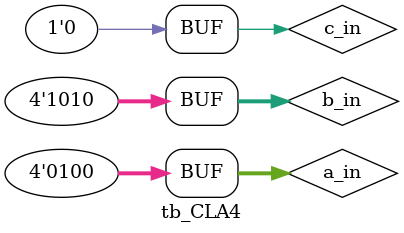
<source format=v>
`timescale 1ns / 1ps


module tb_CLA4( ); // 테스트벤치 모듈 선언 (입출력 포트 없음)

    reg [3:0] a_in, b_in; // 4비트 reg 타입 입력 신호 a_in, b_in 선언 (테스트 벡터 입력)
    reg c_in;          // 1비트 reg 타입 입력 신호 c_in 선언 (Carry 입력)
    wire [3:0] sum;      // 4비트 wire 타입 출력 신호 sum 선언 (덧셈 결과 확인)
    wire cout, gout, pout; // 1비트 wire 타입 출력 신호 cout, gout, pout 선언 (Carry 출력, Generate 출력, Propagate 출력 확인)

    // CLA4 모듈 인스턴스 생성 (UUT: Unit Under Test)
    CLA4 uut (
        .A(a_in),    // CLA4 모듈의 입력 A에 테스트벤치의 a_in 연결
        .B(b_in),    // CLA4 모듈의 입력 B에 테스트벤치의 b_in 연결
        .Cin(c_in),   // CLA4 모듈의 입력 Cin에 테스트벤치의 c_in 연결
        .sum(sum),   // CLA4 모듈의 출력 sum에 테스트벤치의 sum 연결
        .Cout(cout),  // CLA4 모듈의 출력 Cout에 테스트벤치의 cout 연결
        .Gout(gout),  // CLA4 모듈의 출력 Gout에 테스트벤치의 gout 연결
        .Pout(pout)   // CLA4 모듈의 출력 Pout에 테스트벤치의 pout 연결
    );

    initial begin // initial begin 블록 시작 (시뮬레이션 시작 시 한 번 실행되는 코드 블록)
        a_in = 0; b_in = 0; c_in = 0; // 초기 입력 값 0으로 설정
        #100; // 100 시간 단위 (time unit) 대기
        a_in = 4'b0101; b_in = 4'b0010; c_in = 0; // 새로운 입력 값 설정 (4'bxxxx: 4비트 2진수 표기)
        #100; // 100 시간 단위 대기
        a_in = 4'b0101; b_in = 4'b0010; c_in = 1'b1; // 새로운 입력 값 설정 (1'bx: 1비트 2진수 표기)
        #100; // 100 시간 단위 대기
        a_in = 4'b0111; b_in = 4'b0011; c_in = 0; // 새로운 입력 값 설정
        #100; // 100 시간 단위 대기
        a_in = 4'b0100; b_in = 4'b0110; c_in = 1'b1; // 새로운 입력 값 설정
        #100; // 100 시간 단위 대기
        a_in = 4'b0100; b_in = 4'b1010; c_in = 0; // 새로운 입력 값 설정
    end // initial begin 블록 종료

endmodule // 모듈 종료
</source>
